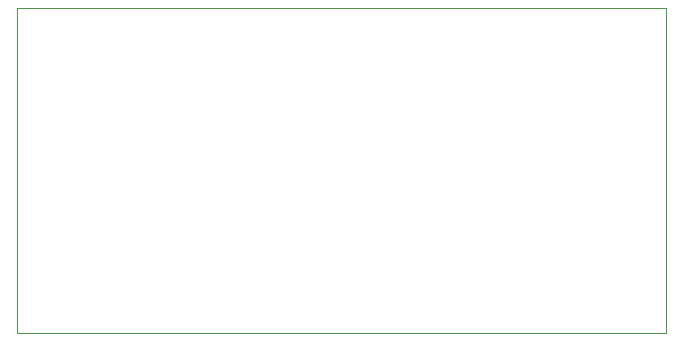
<source format=gbr>
%TF.GenerationSoftware,KiCad,Pcbnew,8.0.8*%
%TF.CreationDate,2025-01-27T09:22:13+00:00*%
%TF.ProjectId,ViaTest,56696154-6573-4742-9e6b-696361645f70,rev?*%
%TF.SameCoordinates,Original*%
%TF.FileFunction,Profile,NP*%
%FSLAX46Y46*%
G04 Gerber Fmt 4.6, Leading zero omitted, Abs format (unit mm)*
G04 Created by KiCad (PCBNEW 8.0.8) date 2025-01-27 09:22:13*
%MOMM*%
%LPD*%
G01*
G04 APERTURE LIST*
%TA.AperFunction,Profile*%
%ADD10C,0.050000*%
%TD*%
G04 APERTURE END LIST*
D10*
X115000000Y-83000000D02*
X170000000Y-83000000D01*
X170000000Y-110500000D01*
X115000000Y-110500000D01*
X115000000Y-83000000D01*
M02*

</source>
